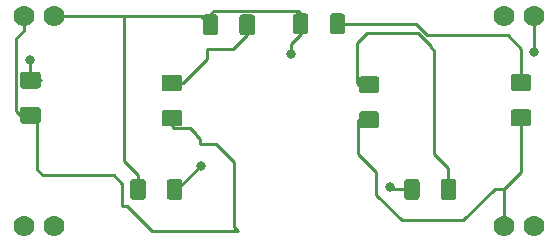
<source format=gbr>
G04 #@! TF.GenerationSoftware,KiCad,Pcbnew,(5.1.5-0-10_14)*
G04 #@! TF.CreationDate,2021-09-26T22:00:01-06:00*
G04 #@! TF.ProjectId,2021DC435,32303231-4443-4343-9335-2e6b69636164,rev?*
G04 #@! TF.SameCoordinates,Original*
G04 #@! TF.FileFunction,Copper,L2,Bot*
G04 #@! TF.FilePolarity,Positive*
%FSLAX46Y46*%
G04 Gerber Fmt 4.6, Leading zero omitted, Abs format (unit mm)*
G04 Created by KiCad (PCBNEW (5.1.5-0-10_14)) date 2021-09-26 22:00:01*
%MOMM*%
%LPD*%
G04 APERTURE LIST*
%ADD10C,0.100000*%
%ADD11C,1.778000*%
%ADD12C,0.800000*%
%ADD13C,0.250000*%
G04 APERTURE END LIST*
G04 #@! TA.AperFunction,SMDPad,CuDef*
D10*
G36*
X131080164Y-81092004D02*
G01*
X131104433Y-81095604D01*
X131128231Y-81101565D01*
X131151331Y-81109830D01*
X131173509Y-81120320D01*
X131194553Y-81132933D01*
X131214258Y-81147547D01*
X131232437Y-81164023D01*
X131248913Y-81182202D01*
X131263527Y-81201907D01*
X131276140Y-81222951D01*
X131286630Y-81245129D01*
X131294895Y-81268229D01*
X131300856Y-81292027D01*
X131304456Y-81316296D01*
X131305660Y-81340800D01*
X131305660Y-82590800D01*
X131304456Y-82615304D01*
X131300856Y-82639573D01*
X131294895Y-82663371D01*
X131286630Y-82686471D01*
X131276140Y-82708649D01*
X131263527Y-82729693D01*
X131248913Y-82749398D01*
X131232437Y-82767577D01*
X131214258Y-82784053D01*
X131194553Y-82798667D01*
X131173509Y-82811280D01*
X131151331Y-82821770D01*
X131128231Y-82830035D01*
X131104433Y-82835996D01*
X131080164Y-82839596D01*
X131055660Y-82840800D01*
X130255660Y-82840800D01*
X130231156Y-82839596D01*
X130206887Y-82835996D01*
X130183089Y-82830035D01*
X130159989Y-82821770D01*
X130137811Y-82811280D01*
X130116767Y-82798667D01*
X130097062Y-82784053D01*
X130078883Y-82767577D01*
X130062407Y-82749398D01*
X130047793Y-82729693D01*
X130035180Y-82708649D01*
X130024690Y-82686471D01*
X130016425Y-82663371D01*
X130010464Y-82639573D01*
X130006864Y-82615304D01*
X130005660Y-82590800D01*
X130005660Y-81340800D01*
X130006864Y-81316296D01*
X130010464Y-81292027D01*
X130016425Y-81268229D01*
X130024690Y-81245129D01*
X130035180Y-81222951D01*
X130047793Y-81201907D01*
X130062407Y-81182202D01*
X130078883Y-81164023D01*
X130097062Y-81147547D01*
X130116767Y-81132933D01*
X130137811Y-81120320D01*
X130159989Y-81109830D01*
X130183089Y-81101565D01*
X130206887Y-81095604D01*
X130231156Y-81092004D01*
X130255660Y-81090800D01*
X131055660Y-81090800D01*
X131080164Y-81092004D01*
G37*
G04 #@! TD.AperFunction*
G04 #@! TA.AperFunction,SMDPad,CuDef*
G36*
X127980164Y-81092004D02*
G01*
X128004433Y-81095604D01*
X128028231Y-81101565D01*
X128051331Y-81109830D01*
X128073509Y-81120320D01*
X128094553Y-81132933D01*
X128114258Y-81147547D01*
X128132437Y-81164023D01*
X128148913Y-81182202D01*
X128163527Y-81201907D01*
X128176140Y-81222951D01*
X128186630Y-81245129D01*
X128194895Y-81268229D01*
X128200856Y-81292027D01*
X128204456Y-81316296D01*
X128205660Y-81340800D01*
X128205660Y-82590800D01*
X128204456Y-82615304D01*
X128200856Y-82639573D01*
X128194895Y-82663371D01*
X128186630Y-82686471D01*
X128176140Y-82708649D01*
X128163527Y-82729693D01*
X128148913Y-82749398D01*
X128132437Y-82767577D01*
X128114258Y-82784053D01*
X128094553Y-82798667D01*
X128073509Y-82811280D01*
X128051331Y-82821770D01*
X128028231Y-82830035D01*
X128004433Y-82835996D01*
X127980164Y-82839596D01*
X127955660Y-82840800D01*
X127155660Y-82840800D01*
X127131156Y-82839596D01*
X127106887Y-82835996D01*
X127083089Y-82830035D01*
X127059989Y-82821770D01*
X127037811Y-82811280D01*
X127016767Y-82798667D01*
X126997062Y-82784053D01*
X126978883Y-82767577D01*
X126962407Y-82749398D01*
X126947793Y-82729693D01*
X126935180Y-82708649D01*
X126924690Y-82686471D01*
X126916425Y-82663371D01*
X126910464Y-82639573D01*
X126906864Y-82615304D01*
X126905660Y-82590800D01*
X126905660Y-81340800D01*
X126906864Y-81316296D01*
X126910464Y-81292027D01*
X126916425Y-81268229D01*
X126924690Y-81245129D01*
X126935180Y-81222951D01*
X126947793Y-81201907D01*
X126962407Y-81182202D01*
X126978883Y-81164023D01*
X126997062Y-81147547D01*
X127016767Y-81132933D01*
X127037811Y-81120320D01*
X127059989Y-81109830D01*
X127083089Y-81101565D01*
X127106887Y-81095604D01*
X127131156Y-81092004D01*
X127155660Y-81090800D01*
X127955660Y-81090800D01*
X127980164Y-81092004D01*
G37*
G04 #@! TD.AperFunction*
G04 #@! TA.AperFunction,SMDPad,CuDef*
G36*
X140483244Y-95117884D02*
G01*
X140507513Y-95121484D01*
X140531311Y-95127445D01*
X140554411Y-95135710D01*
X140576589Y-95146200D01*
X140597633Y-95158813D01*
X140617338Y-95173427D01*
X140635517Y-95189903D01*
X140651993Y-95208082D01*
X140666607Y-95227787D01*
X140679220Y-95248831D01*
X140689710Y-95271009D01*
X140697975Y-95294109D01*
X140703936Y-95317907D01*
X140707536Y-95342176D01*
X140708740Y-95366680D01*
X140708740Y-96616680D01*
X140707536Y-96641184D01*
X140703936Y-96665453D01*
X140697975Y-96689251D01*
X140689710Y-96712351D01*
X140679220Y-96734529D01*
X140666607Y-96755573D01*
X140651993Y-96775278D01*
X140635517Y-96793457D01*
X140617338Y-96809933D01*
X140597633Y-96824547D01*
X140576589Y-96837160D01*
X140554411Y-96847650D01*
X140531311Y-96855915D01*
X140507513Y-96861876D01*
X140483244Y-96865476D01*
X140458740Y-96866680D01*
X139658740Y-96866680D01*
X139634236Y-96865476D01*
X139609967Y-96861876D01*
X139586169Y-96855915D01*
X139563069Y-96847650D01*
X139540891Y-96837160D01*
X139519847Y-96824547D01*
X139500142Y-96809933D01*
X139481963Y-96793457D01*
X139465487Y-96775278D01*
X139450873Y-96755573D01*
X139438260Y-96734529D01*
X139427770Y-96712351D01*
X139419505Y-96689251D01*
X139413544Y-96665453D01*
X139409944Y-96641184D01*
X139408740Y-96616680D01*
X139408740Y-95366680D01*
X139409944Y-95342176D01*
X139413544Y-95317907D01*
X139419505Y-95294109D01*
X139427770Y-95271009D01*
X139438260Y-95248831D01*
X139450873Y-95227787D01*
X139465487Y-95208082D01*
X139481963Y-95189903D01*
X139500142Y-95173427D01*
X139519847Y-95158813D01*
X139540891Y-95146200D01*
X139563069Y-95135710D01*
X139586169Y-95127445D01*
X139609967Y-95121484D01*
X139634236Y-95117884D01*
X139658740Y-95116680D01*
X140458740Y-95116680D01*
X140483244Y-95117884D01*
G37*
G04 #@! TD.AperFunction*
G04 #@! TA.AperFunction,SMDPad,CuDef*
G36*
X137383244Y-95117884D02*
G01*
X137407513Y-95121484D01*
X137431311Y-95127445D01*
X137454411Y-95135710D01*
X137476589Y-95146200D01*
X137497633Y-95158813D01*
X137517338Y-95173427D01*
X137535517Y-95189903D01*
X137551993Y-95208082D01*
X137566607Y-95227787D01*
X137579220Y-95248831D01*
X137589710Y-95271009D01*
X137597975Y-95294109D01*
X137603936Y-95317907D01*
X137607536Y-95342176D01*
X137608740Y-95366680D01*
X137608740Y-96616680D01*
X137607536Y-96641184D01*
X137603936Y-96665453D01*
X137597975Y-96689251D01*
X137589710Y-96712351D01*
X137579220Y-96734529D01*
X137566607Y-96755573D01*
X137551993Y-96775278D01*
X137535517Y-96793457D01*
X137517338Y-96809933D01*
X137497633Y-96824547D01*
X137476589Y-96837160D01*
X137454411Y-96847650D01*
X137431311Y-96855915D01*
X137407513Y-96861876D01*
X137383244Y-96865476D01*
X137358740Y-96866680D01*
X136558740Y-96866680D01*
X136534236Y-96865476D01*
X136509967Y-96861876D01*
X136486169Y-96855915D01*
X136463069Y-96847650D01*
X136440891Y-96837160D01*
X136419847Y-96824547D01*
X136400142Y-96809933D01*
X136381963Y-96793457D01*
X136365487Y-96775278D01*
X136350873Y-96755573D01*
X136338260Y-96734529D01*
X136327770Y-96712351D01*
X136319505Y-96689251D01*
X136313544Y-96665453D01*
X136309944Y-96641184D01*
X136308740Y-96616680D01*
X136308740Y-95366680D01*
X136309944Y-95342176D01*
X136313544Y-95317907D01*
X136319505Y-95294109D01*
X136327770Y-95271009D01*
X136338260Y-95248831D01*
X136350873Y-95227787D01*
X136365487Y-95208082D01*
X136381963Y-95189903D01*
X136400142Y-95173427D01*
X136419847Y-95158813D01*
X136440891Y-95146200D01*
X136463069Y-95135710D01*
X136486169Y-95127445D01*
X136509967Y-95121484D01*
X136534236Y-95117884D01*
X136558740Y-95116680D01*
X137358740Y-95116680D01*
X137383244Y-95117884D01*
G37*
G04 #@! TD.AperFunction*
G04 #@! TA.AperFunction,SMDPad,CuDef*
G36*
X123434764Y-81173284D02*
G01*
X123459033Y-81176884D01*
X123482831Y-81182845D01*
X123505931Y-81191110D01*
X123528109Y-81201600D01*
X123549153Y-81214213D01*
X123568858Y-81228827D01*
X123587037Y-81245303D01*
X123603513Y-81263482D01*
X123618127Y-81283187D01*
X123630740Y-81304231D01*
X123641230Y-81326409D01*
X123649495Y-81349509D01*
X123655456Y-81373307D01*
X123659056Y-81397576D01*
X123660260Y-81422080D01*
X123660260Y-82672080D01*
X123659056Y-82696584D01*
X123655456Y-82720853D01*
X123649495Y-82744651D01*
X123641230Y-82767751D01*
X123630740Y-82789929D01*
X123618127Y-82810973D01*
X123603513Y-82830678D01*
X123587037Y-82848857D01*
X123568858Y-82865333D01*
X123549153Y-82879947D01*
X123528109Y-82892560D01*
X123505931Y-82903050D01*
X123482831Y-82911315D01*
X123459033Y-82917276D01*
X123434764Y-82920876D01*
X123410260Y-82922080D01*
X122610260Y-82922080D01*
X122585756Y-82920876D01*
X122561487Y-82917276D01*
X122537689Y-82911315D01*
X122514589Y-82903050D01*
X122492411Y-82892560D01*
X122471367Y-82879947D01*
X122451662Y-82865333D01*
X122433483Y-82848857D01*
X122417007Y-82830678D01*
X122402393Y-82810973D01*
X122389780Y-82789929D01*
X122379290Y-82767751D01*
X122371025Y-82744651D01*
X122365064Y-82720853D01*
X122361464Y-82696584D01*
X122360260Y-82672080D01*
X122360260Y-81422080D01*
X122361464Y-81397576D01*
X122365064Y-81373307D01*
X122371025Y-81349509D01*
X122379290Y-81326409D01*
X122389780Y-81304231D01*
X122402393Y-81283187D01*
X122417007Y-81263482D01*
X122433483Y-81245303D01*
X122451662Y-81228827D01*
X122471367Y-81214213D01*
X122492411Y-81201600D01*
X122514589Y-81191110D01*
X122537689Y-81182845D01*
X122561487Y-81176884D01*
X122585756Y-81173284D01*
X122610260Y-81172080D01*
X123410260Y-81172080D01*
X123434764Y-81173284D01*
G37*
G04 #@! TD.AperFunction*
G04 #@! TA.AperFunction,SMDPad,CuDef*
G36*
X120334764Y-81173284D02*
G01*
X120359033Y-81176884D01*
X120382831Y-81182845D01*
X120405931Y-81191110D01*
X120428109Y-81201600D01*
X120449153Y-81214213D01*
X120468858Y-81228827D01*
X120487037Y-81245303D01*
X120503513Y-81263482D01*
X120518127Y-81283187D01*
X120530740Y-81304231D01*
X120541230Y-81326409D01*
X120549495Y-81349509D01*
X120555456Y-81373307D01*
X120559056Y-81397576D01*
X120560260Y-81422080D01*
X120560260Y-82672080D01*
X120559056Y-82696584D01*
X120555456Y-82720853D01*
X120549495Y-82744651D01*
X120541230Y-82767751D01*
X120530740Y-82789929D01*
X120518127Y-82810973D01*
X120503513Y-82830678D01*
X120487037Y-82848857D01*
X120468858Y-82865333D01*
X120449153Y-82879947D01*
X120428109Y-82892560D01*
X120405931Y-82903050D01*
X120382831Y-82911315D01*
X120359033Y-82917276D01*
X120334764Y-82920876D01*
X120310260Y-82922080D01*
X119510260Y-82922080D01*
X119485756Y-82920876D01*
X119461487Y-82917276D01*
X119437689Y-82911315D01*
X119414589Y-82903050D01*
X119392411Y-82892560D01*
X119371367Y-82879947D01*
X119351662Y-82865333D01*
X119333483Y-82848857D01*
X119317007Y-82830678D01*
X119302393Y-82810973D01*
X119289780Y-82789929D01*
X119279290Y-82767751D01*
X119271025Y-82744651D01*
X119265064Y-82720853D01*
X119261464Y-82696584D01*
X119260260Y-82672080D01*
X119260260Y-81422080D01*
X119261464Y-81397576D01*
X119265064Y-81373307D01*
X119271025Y-81349509D01*
X119279290Y-81326409D01*
X119289780Y-81304231D01*
X119302393Y-81283187D01*
X119317007Y-81263482D01*
X119333483Y-81245303D01*
X119351662Y-81228827D01*
X119371367Y-81214213D01*
X119392411Y-81201600D01*
X119414589Y-81191110D01*
X119437689Y-81182845D01*
X119461487Y-81176884D01*
X119485756Y-81173284D01*
X119510260Y-81172080D01*
X120310260Y-81172080D01*
X120334764Y-81173284D01*
G37*
G04 #@! TD.AperFunction*
G04 #@! TA.AperFunction,SMDPad,CuDef*
G36*
X117300664Y-95117884D02*
G01*
X117324933Y-95121484D01*
X117348731Y-95127445D01*
X117371831Y-95135710D01*
X117394009Y-95146200D01*
X117415053Y-95158813D01*
X117434758Y-95173427D01*
X117452937Y-95189903D01*
X117469413Y-95208082D01*
X117484027Y-95227787D01*
X117496640Y-95248831D01*
X117507130Y-95271009D01*
X117515395Y-95294109D01*
X117521356Y-95317907D01*
X117524956Y-95342176D01*
X117526160Y-95366680D01*
X117526160Y-96616680D01*
X117524956Y-96641184D01*
X117521356Y-96665453D01*
X117515395Y-96689251D01*
X117507130Y-96712351D01*
X117496640Y-96734529D01*
X117484027Y-96755573D01*
X117469413Y-96775278D01*
X117452937Y-96793457D01*
X117434758Y-96809933D01*
X117415053Y-96824547D01*
X117394009Y-96837160D01*
X117371831Y-96847650D01*
X117348731Y-96855915D01*
X117324933Y-96861876D01*
X117300664Y-96865476D01*
X117276160Y-96866680D01*
X116476160Y-96866680D01*
X116451656Y-96865476D01*
X116427387Y-96861876D01*
X116403589Y-96855915D01*
X116380489Y-96847650D01*
X116358311Y-96837160D01*
X116337267Y-96824547D01*
X116317562Y-96809933D01*
X116299383Y-96793457D01*
X116282907Y-96775278D01*
X116268293Y-96755573D01*
X116255680Y-96734529D01*
X116245190Y-96712351D01*
X116236925Y-96689251D01*
X116230964Y-96665453D01*
X116227364Y-96641184D01*
X116226160Y-96616680D01*
X116226160Y-95366680D01*
X116227364Y-95342176D01*
X116230964Y-95317907D01*
X116236925Y-95294109D01*
X116245190Y-95271009D01*
X116255680Y-95248831D01*
X116268293Y-95227787D01*
X116282907Y-95208082D01*
X116299383Y-95189903D01*
X116317562Y-95173427D01*
X116337267Y-95158813D01*
X116358311Y-95146200D01*
X116380489Y-95135710D01*
X116403589Y-95127445D01*
X116427387Y-95121484D01*
X116451656Y-95117884D01*
X116476160Y-95116680D01*
X117276160Y-95116680D01*
X117300664Y-95117884D01*
G37*
G04 #@! TD.AperFunction*
G04 #@! TA.AperFunction,SMDPad,CuDef*
G36*
X114200664Y-95117884D02*
G01*
X114224933Y-95121484D01*
X114248731Y-95127445D01*
X114271831Y-95135710D01*
X114294009Y-95146200D01*
X114315053Y-95158813D01*
X114334758Y-95173427D01*
X114352937Y-95189903D01*
X114369413Y-95208082D01*
X114384027Y-95227787D01*
X114396640Y-95248831D01*
X114407130Y-95271009D01*
X114415395Y-95294109D01*
X114421356Y-95317907D01*
X114424956Y-95342176D01*
X114426160Y-95366680D01*
X114426160Y-96616680D01*
X114424956Y-96641184D01*
X114421356Y-96665453D01*
X114415395Y-96689251D01*
X114407130Y-96712351D01*
X114396640Y-96734529D01*
X114384027Y-96755573D01*
X114369413Y-96775278D01*
X114352937Y-96793457D01*
X114334758Y-96809933D01*
X114315053Y-96824547D01*
X114294009Y-96837160D01*
X114271831Y-96847650D01*
X114248731Y-96855915D01*
X114224933Y-96861876D01*
X114200664Y-96865476D01*
X114176160Y-96866680D01*
X113376160Y-96866680D01*
X113351656Y-96865476D01*
X113327387Y-96861876D01*
X113303589Y-96855915D01*
X113280489Y-96847650D01*
X113258311Y-96837160D01*
X113237267Y-96824547D01*
X113217562Y-96809933D01*
X113199383Y-96793457D01*
X113182907Y-96775278D01*
X113168293Y-96755573D01*
X113155680Y-96734529D01*
X113145190Y-96712351D01*
X113136925Y-96689251D01*
X113130964Y-96665453D01*
X113127364Y-96641184D01*
X113126160Y-96616680D01*
X113126160Y-95366680D01*
X113127364Y-95342176D01*
X113130964Y-95317907D01*
X113136925Y-95294109D01*
X113145190Y-95271009D01*
X113155680Y-95248831D01*
X113168293Y-95227787D01*
X113182907Y-95208082D01*
X113199383Y-95189903D01*
X113217562Y-95173427D01*
X113237267Y-95158813D01*
X113258311Y-95146200D01*
X113280489Y-95135710D01*
X113303589Y-95127445D01*
X113327387Y-95121484D01*
X113351656Y-95117884D01*
X113376160Y-95116680D01*
X114176160Y-95116680D01*
X114200664Y-95117884D01*
G37*
G04 #@! TD.AperFunction*
G04 #@! TA.AperFunction,SMDPad,CuDef*
G36*
X146846824Y-89211384D02*
G01*
X146871093Y-89214984D01*
X146894891Y-89220945D01*
X146917991Y-89229210D01*
X146940169Y-89239700D01*
X146961213Y-89252313D01*
X146980918Y-89266927D01*
X146999097Y-89283403D01*
X147015573Y-89301582D01*
X147030187Y-89321287D01*
X147042800Y-89342331D01*
X147053290Y-89364509D01*
X147061555Y-89387609D01*
X147067516Y-89411407D01*
X147071116Y-89435676D01*
X147072320Y-89460180D01*
X147072320Y-90385180D01*
X147071116Y-90409684D01*
X147067516Y-90433953D01*
X147061555Y-90457751D01*
X147053290Y-90480851D01*
X147042800Y-90503029D01*
X147030187Y-90524073D01*
X147015573Y-90543778D01*
X146999097Y-90561957D01*
X146980918Y-90578433D01*
X146961213Y-90593047D01*
X146940169Y-90605660D01*
X146917991Y-90616150D01*
X146894891Y-90624415D01*
X146871093Y-90630376D01*
X146846824Y-90633976D01*
X146822320Y-90635180D01*
X145572320Y-90635180D01*
X145547816Y-90633976D01*
X145523547Y-90630376D01*
X145499749Y-90624415D01*
X145476649Y-90616150D01*
X145454471Y-90605660D01*
X145433427Y-90593047D01*
X145413722Y-90578433D01*
X145395543Y-90561957D01*
X145379067Y-90543778D01*
X145364453Y-90524073D01*
X145351840Y-90503029D01*
X145341350Y-90480851D01*
X145333085Y-90457751D01*
X145327124Y-90433953D01*
X145323524Y-90409684D01*
X145322320Y-90385180D01*
X145322320Y-89460180D01*
X145323524Y-89435676D01*
X145327124Y-89411407D01*
X145333085Y-89387609D01*
X145341350Y-89364509D01*
X145351840Y-89342331D01*
X145364453Y-89321287D01*
X145379067Y-89301582D01*
X145395543Y-89283403D01*
X145413722Y-89266927D01*
X145433427Y-89252313D01*
X145454471Y-89239700D01*
X145476649Y-89229210D01*
X145499749Y-89220945D01*
X145523547Y-89214984D01*
X145547816Y-89211384D01*
X145572320Y-89210180D01*
X146822320Y-89210180D01*
X146846824Y-89211384D01*
G37*
G04 #@! TD.AperFunction*
G04 #@! TA.AperFunction,SMDPad,CuDef*
G36*
X146846824Y-86236384D02*
G01*
X146871093Y-86239984D01*
X146894891Y-86245945D01*
X146917991Y-86254210D01*
X146940169Y-86264700D01*
X146961213Y-86277313D01*
X146980918Y-86291927D01*
X146999097Y-86308403D01*
X147015573Y-86326582D01*
X147030187Y-86346287D01*
X147042800Y-86367331D01*
X147053290Y-86389509D01*
X147061555Y-86412609D01*
X147067516Y-86436407D01*
X147071116Y-86460676D01*
X147072320Y-86485180D01*
X147072320Y-87410180D01*
X147071116Y-87434684D01*
X147067516Y-87458953D01*
X147061555Y-87482751D01*
X147053290Y-87505851D01*
X147042800Y-87528029D01*
X147030187Y-87549073D01*
X147015573Y-87568778D01*
X146999097Y-87586957D01*
X146980918Y-87603433D01*
X146961213Y-87618047D01*
X146940169Y-87630660D01*
X146917991Y-87641150D01*
X146894891Y-87649415D01*
X146871093Y-87655376D01*
X146846824Y-87658976D01*
X146822320Y-87660180D01*
X145572320Y-87660180D01*
X145547816Y-87658976D01*
X145523547Y-87655376D01*
X145499749Y-87649415D01*
X145476649Y-87641150D01*
X145454471Y-87630660D01*
X145433427Y-87618047D01*
X145413722Y-87603433D01*
X145395543Y-87586957D01*
X145379067Y-87568778D01*
X145364453Y-87549073D01*
X145351840Y-87528029D01*
X145341350Y-87505851D01*
X145333085Y-87482751D01*
X145327124Y-87458953D01*
X145323524Y-87434684D01*
X145322320Y-87410180D01*
X145322320Y-86485180D01*
X145323524Y-86460676D01*
X145327124Y-86436407D01*
X145333085Y-86412609D01*
X145341350Y-86389509D01*
X145351840Y-86367331D01*
X145364453Y-86346287D01*
X145379067Y-86326582D01*
X145395543Y-86308403D01*
X145413722Y-86291927D01*
X145433427Y-86277313D01*
X145454471Y-86264700D01*
X145476649Y-86254210D01*
X145499749Y-86245945D01*
X145523547Y-86239984D01*
X145547816Y-86236384D01*
X145572320Y-86235180D01*
X146822320Y-86235180D01*
X146846824Y-86236384D01*
G37*
G04 #@! TD.AperFunction*
G04 #@! TA.AperFunction,SMDPad,CuDef*
G36*
X133981724Y-89386644D02*
G01*
X134005993Y-89390244D01*
X134029791Y-89396205D01*
X134052891Y-89404470D01*
X134075069Y-89414960D01*
X134096113Y-89427573D01*
X134115818Y-89442187D01*
X134133997Y-89458663D01*
X134150473Y-89476842D01*
X134165087Y-89496547D01*
X134177700Y-89517591D01*
X134188190Y-89539769D01*
X134196455Y-89562869D01*
X134202416Y-89586667D01*
X134206016Y-89610936D01*
X134207220Y-89635440D01*
X134207220Y-90560440D01*
X134206016Y-90584944D01*
X134202416Y-90609213D01*
X134196455Y-90633011D01*
X134188190Y-90656111D01*
X134177700Y-90678289D01*
X134165087Y-90699333D01*
X134150473Y-90719038D01*
X134133997Y-90737217D01*
X134115818Y-90753693D01*
X134096113Y-90768307D01*
X134075069Y-90780920D01*
X134052891Y-90791410D01*
X134029791Y-90799675D01*
X134005993Y-90805636D01*
X133981724Y-90809236D01*
X133957220Y-90810440D01*
X132707220Y-90810440D01*
X132682716Y-90809236D01*
X132658447Y-90805636D01*
X132634649Y-90799675D01*
X132611549Y-90791410D01*
X132589371Y-90780920D01*
X132568327Y-90768307D01*
X132548622Y-90753693D01*
X132530443Y-90737217D01*
X132513967Y-90719038D01*
X132499353Y-90699333D01*
X132486740Y-90678289D01*
X132476250Y-90656111D01*
X132467985Y-90633011D01*
X132462024Y-90609213D01*
X132458424Y-90584944D01*
X132457220Y-90560440D01*
X132457220Y-89635440D01*
X132458424Y-89610936D01*
X132462024Y-89586667D01*
X132467985Y-89562869D01*
X132476250Y-89539769D01*
X132486740Y-89517591D01*
X132499353Y-89496547D01*
X132513967Y-89476842D01*
X132530443Y-89458663D01*
X132548622Y-89442187D01*
X132568327Y-89427573D01*
X132589371Y-89414960D01*
X132611549Y-89404470D01*
X132634649Y-89396205D01*
X132658447Y-89390244D01*
X132682716Y-89386644D01*
X132707220Y-89385440D01*
X133957220Y-89385440D01*
X133981724Y-89386644D01*
G37*
G04 #@! TD.AperFunction*
G04 #@! TA.AperFunction,SMDPad,CuDef*
G36*
X133981724Y-86411644D02*
G01*
X134005993Y-86415244D01*
X134029791Y-86421205D01*
X134052891Y-86429470D01*
X134075069Y-86439960D01*
X134096113Y-86452573D01*
X134115818Y-86467187D01*
X134133997Y-86483663D01*
X134150473Y-86501842D01*
X134165087Y-86521547D01*
X134177700Y-86542591D01*
X134188190Y-86564769D01*
X134196455Y-86587869D01*
X134202416Y-86611667D01*
X134206016Y-86635936D01*
X134207220Y-86660440D01*
X134207220Y-87585440D01*
X134206016Y-87609944D01*
X134202416Y-87634213D01*
X134196455Y-87658011D01*
X134188190Y-87681111D01*
X134177700Y-87703289D01*
X134165087Y-87724333D01*
X134150473Y-87744038D01*
X134133997Y-87762217D01*
X134115818Y-87778693D01*
X134096113Y-87793307D01*
X134075069Y-87805920D01*
X134052891Y-87816410D01*
X134029791Y-87824675D01*
X134005993Y-87830636D01*
X133981724Y-87834236D01*
X133957220Y-87835440D01*
X132707220Y-87835440D01*
X132682716Y-87834236D01*
X132658447Y-87830636D01*
X132634649Y-87824675D01*
X132611549Y-87816410D01*
X132589371Y-87805920D01*
X132568327Y-87793307D01*
X132548622Y-87778693D01*
X132530443Y-87762217D01*
X132513967Y-87744038D01*
X132499353Y-87724333D01*
X132486740Y-87703289D01*
X132476250Y-87681111D01*
X132467985Y-87658011D01*
X132462024Y-87634213D01*
X132458424Y-87609944D01*
X132457220Y-87585440D01*
X132457220Y-86660440D01*
X132458424Y-86635936D01*
X132462024Y-86611667D01*
X132467985Y-86587869D01*
X132476250Y-86564769D01*
X132486740Y-86542591D01*
X132499353Y-86521547D01*
X132513967Y-86501842D01*
X132530443Y-86483663D01*
X132548622Y-86467187D01*
X132568327Y-86452573D01*
X132589371Y-86439960D01*
X132611549Y-86429470D01*
X132634649Y-86421205D01*
X132658447Y-86415244D01*
X132682716Y-86411644D01*
X132707220Y-86410440D01*
X133957220Y-86410440D01*
X133981724Y-86411644D01*
G37*
G04 #@! TD.AperFunction*
G04 #@! TA.AperFunction,SMDPad,CuDef*
G36*
X117293924Y-89236784D02*
G01*
X117318193Y-89240384D01*
X117341991Y-89246345D01*
X117365091Y-89254610D01*
X117387269Y-89265100D01*
X117408313Y-89277713D01*
X117428018Y-89292327D01*
X117446197Y-89308803D01*
X117462673Y-89326982D01*
X117477287Y-89346687D01*
X117489900Y-89367731D01*
X117500390Y-89389909D01*
X117508655Y-89413009D01*
X117514616Y-89436807D01*
X117518216Y-89461076D01*
X117519420Y-89485580D01*
X117519420Y-90410580D01*
X117518216Y-90435084D01*
X117514616Y-90459353D01*
X117508655Y-90483151D01*
X117500390Y-90506251D01*
X117489900Y-90528429D01*
X117477287Y-90549473D01*
X117462673Y-90569178D01*
X117446197Y-90587357D01*
X117428018Y-90603833D01*
X117408313Y-90618447D01*
X117387269Y-90631060D01*
X117365091Y-90641550D01*
X117341991Y-90649815D01*
X117318193Y-90655776D01*
X117293924Y-90659376D01*
X117269420Y-90660580D01*
X116019420Y-90660580D01*
X115994916Y-90659376D01*
X115970647Y-90655776D01*
X115946849Y-90649815D01*
X115923749Y-90641550D01*
X115901571Y-90631060D01*
X115880527Y-90618447D01*
X115860822Y-90603833D01*
X115842643Y-90587357D01*
X115826167Y-90569178D01*
X115811553Y-90549473D01*
X115798940Y-90528429D01*
X115788450Y-90506251D01*
X115780185Y-90483151D01*
X115774224Y-90459353D01*
X115770624Y-90435084D01*
X115769420Y-90410580D01*
X115769420Y-89485580D01*
X115770624Y-89461076D01*
X115774224Y-89436807D01*
X115780185Y-89413009D01*
X115788450Y-89389909D01*
X115798940Y-89367731D01*
X115811553Y-89346687D01*
X115826167Y-89326982D01*
X115842643Y-89308803D01*
X115860822Y-89292327D01*
X115880527Y-89277713D01*
X115901571Y-89265100D01*
X115923749Y-89254610D01*
X115946849Y-89246345D01*
X115970647Y-89240384D01*
X115994916Y-89236784D01*
X116019420Y-89235580D01*
X117269420Y-89235580D01*
X117293924Y-89236784D01*
G37*
G04 #@! TD.AperFunction*
G04 #@! TA.AperFunction,SMDPad,CuDef*
G36*
X117293924Y-86261784D02*
G01*
X117318193Y-86265384D01*
X117341991Y-86271345D01*
X117365091Y-86279610D01*
X117387269Y-86290100D01*
X117408313Y-86302713D01*
X117428018Y-86317327D01*
X117446197Y-86333803D01*
X117462673Y-86351982D01*
X117477287Y-86371687D01*
X117489900Y-86392731D01*
X117500390Y-86414909D01*
X117508655Y-86438009D01*
X117514616Y-86461807D01*
X117518216Y-86486076D01*
X117519420Y-86510580D01*
X117519420Y-87435580D01*
X117518216Y-87460084D01*
X117514616Y-87484353D01*
X117508655Y-87508151D01*
X117500390Y-87531251D01*
X117489900Y-87553429D01*
X117477287Y-87574473D01*
X117462673Y-87594178D01*
X117446197Y-87612357D01*
X117428018Y-87628833D01*
X117408313Y-87643447D01*
X117387269Y-87656060D01*
X117365091Y-87666550D01*
X117341991Y-87674815D01*
X117318193Y-87680776D01*
X117293924Y-87684376D01*
X117269420Y-87685580D01*
X116019420Y-87685580D01*
X115994916Y-87684376D01*
X115970647Y-87680776D01*
X115946849Y-87674815D01*
X115923749Y-87666550D01*
X115901571Y-87656060D01*
X115880527Y-87643447D01*
X115860822Y-87628833D01*
X115842643Y-87612357D01*
X115826167Y-87594178D01*
X115811553Y-87574473D01*
X115798940Y-87553429D01*
X115788450Y-87531251D01*
X115780185Y-87508151D01*
X115774224Y-87484353D01*
X115770624Y-87460084D01*
X115769420Y-87435580D01*
X115769420Y-86510580D01*
X115770624Y-86486076D01*
X115774224Y-86461807D01*
X115780185Y-86438009D01*
X115788450Y-86414909D01*
X115798940Y-86392731D01*
X115811553Y-86371687D01*
X115826167Y-86351982D01*
X115842643Y-86333803D01*
X115860822Y-86317327D01*
X115880527Y-86302713D01*
X115901571Y-86290100D01*
X115923749Y-86279610D01*
X115946849Y-86271345D01*
X115970647Y-86265384D01*
X115994916Y-86261784D01*
X116019420Y-86260580D01*
X117269420Y-86260580D01*
X117293924Y-86261784D01*
G37*
G04 #@! TD.AperFunction*
G04 #@! TA.AperFunction,SMDPad,CuDef*
G36*
X105312744Y-88998024D02*
G01*
X105337013Y-89001624D01*
X105360811Y-89007585D01*
X105383911Y-89015850D01*
X105406089Y-89026340D01*
X105427133Y-89038953D01*
X105446838Y-89053567D01*
X105465017Y-89070043D01*
X105481493Y-89088222D01*
X105496107Y-89107927D01*
X105508720Y-89128971D01*
X105519210Y-89151149D01*
X105527475Y-89174249D01*
X105533436Y-89198047D01*
X105537036Y-89222316D01*
X105538240Y-89246820D01*
X105538240Y-90171820D01*
X105537036Y-90196324D01*
X105533436Y-90220593D01*
X105527475Y-90244391D01*
X105519210Y-90267491D01*
X105508720Y-90289669D01*
X105496107Y-90310713D01*
X105481493Y-90330418D01*
X105465017Y-90348597D01*
X105446838Y-90365073D01*
X105427133Y-90379687D01*
X105406089Y-90392300D01*
X105383911Y-90402790D01*
X105360811Y-90411055D01*
X105337013Y-90417016D01*
X105312744Y-90420616D01*
X105288240Y-90421820D01*
X104038240Y-90421820D01*
X104013736Y-90420616D01*
X103989467Y-90417016D01*
X103965669Y-90411055D01*
X103942569Y-90402790D01*
X103920391Y-90392300D01*
X103899347Y-90379687D01*
X103879642Y-90365073D01*
X103861463Y-90348597D01*
X103844987Y-90330418D01*
X103830373Y-90310713D01*
X103817760Y-90289669D01*
X103807270Y-90267491D01*
X103799005Y-90244391D01*
X103793044Y-90220593D01*
X103789444Y-90196324D01*
X103788240Y-90171820D01*
X103788240Y-89246820D01*
X103789444Y-89222316D01*
X103793044Y-89198047D01*
X103799005Y-89174249D01*
X103807270Y-89151149D01*
X103817760Y-89128971D01*
X103830373Y-89107927D01*
X103844987Y-89088222D01*
X103861463Y-89070043D01*
X103879642Y-89053567D01*
X103899347Y-89038953D01*
X103920391Y-89026340D01*
X103942569Y-89015850D01*
X103965669Y-89007585D01*
X103989467Y-89001624D01*
X104013736Y-88998024D01*
X104038240Y-88996820D01*
X105288240Y-88996820D01*
X105312744Y-88998024D01*
G37*
G04 #@! TD.AperFunction*
G04 #@! TA.AperFunction,SMDPad,CuDef*
G36*
X105312744Y-86023024D02*
G01*
X105337013Y-86026624D01*
X105360811Y-86032585D01*
X105383911Y-86040850D01*
X105406089Y-86051340D01*
X105427133Y-86063953D01*
X105446838Y-86078567D01*
X105465017Y-86095043D01*
X105481493Y-86113222D01*
X105496107Y-86132927D01*
X105508720Y-86153971D01*
X105519210Y-86176149D01*
X105527475Y-86199249D01*
X105533436Y-86223047D01*
X105537036Y-86247316D01*
X105538240Y-86271820D01*
X105538240Y-87196820D01*
X105537036Y-87221324D01*
X105533436Y-87245593D01*
X105527475Y-87269391D01*
X105519210Y-87292491D01*
X105508720Y-87314669D01*
X105496107Y-87335713D01*
X105481493Y-87355418D01*
X105465017Y-87373597D01*
X105446838Y-87390073D01*
X105427133Y-87404687D01*
X105406089Y-87417300D01*
X105383911Y-87427790D01*
X105360811Y-87436055D01*
X105337013Y-87442016D01*
X105312744Y-87445616D01*
X105288240Y-87446820D01*
X104038240Y-87446820D01*
X104013736Y-87445616D01*
X103989467Y-87442016D01*
X103965669Y-87436055D01*
X103942569Y-87427790D01*
X103920391Y-87417300D01*
X103899347Y-87404687D01*
X103879642Y-87390073D01*
X103861463Y-87373597D01*
X103844987Y-87355418D01*
X103830373Y-87335713D01*
X103817760Y-87314669D01*
X103807270Y-87292491D01*
X103799005Y-87269391D01*
X103793044Y-87245593D01*
X103789444Y-87221324D01*
X103788240Y-87196820D01*
X103788240Y-86271820D01*
X103789444Y-86247316D01*
X103793044Y-86223047D01*
X103799005Y-86199249D01*
X103807270Y-86176149D01*
X103817760Y-86153971D01*
X103830373Y-86132927D01*
X103844987Y-86113222D01*
X103861463Y-86095043D01*
X103879642Y-86078567D01*
X103899347Y-86063953D01*
X103920391Y-86051340D01*
X103942569Y-86040850D01*
X103965669Y-86032585D01*
X103989467Y-86026624D01*
X104013736Y-86023024D01*
X104038240Y-86021820D01*
X105288240Y-86021820D01*
X105312744Y-86023024D01*
G37*
G04 #@! TD.AperFunction*
D11*
X147284440Y-99062540D03*
X144744440Y-99062540D03*
X147284440Y-81282540D03*
X144744440Y-81282540D03*
X104104440Y-81282540D03*
X106644440Y-81282540D03*
X104104440Y-99062540D03*
X106644440Y-99062540D03*
D12*
X104663240Y-85011260D03*
X119103140Y-93992700D03*
X147284440Y-84353400D03*
X135134350Y-95797370D03*
X126710440Y-84536280D03*
D13*
X116768880Y-90350340D02*
X116644420Y-90225880D01*
X103463230Y-89384310D02*
X103788240Y-89709320D01*
X103463230Y-83180985D02*
X103463230Y-89384310D01*
X103788240Y-89709320D02*
X104663240Y-89709320D01*
X104104440Y-82539775D02*
X103463230Y-83180985D01*
X104104440Y-81282540D02*
X104104440Y-82539775D01*
X112430560Y-97421700D02*
X112430560Y-97421700D01*
X118706900Y-91404440D02*
X118706900Y-91313000D01*
X119026940Y-91724480D02*
X118706900Y-91404440D01*
X119026940Y-92141040D02*
X119026940Y-91724480D01*
X118706900Y-91313000D02*
X118198900Y-90805000D01*
X121881900Y-93657420D02*
X120365520Y-92141040D01*
X122250200Y-99501960D02*
X121881900Y-99133660D01*
X114932460Y-99501960D02*
X122250200Y-99501960D01*
X112852200Y-97421700D02*
X114932460Y-99501960D01*
X120365520Y-92141040D02*
X119026940Y-92141040D01*
X112430560Y-97421700D02*
X112852200Y-97421700D01*
X116644420Y-90660580D02*
X116644420Y-89948080D01*
X105724960Y-94805500D02*
X111737140Y-94805500D01*
X116788840Y-90805000D02*
X116644420Y-90660580D01*
X112430560Y-95498920D02*
X112430560Y-97421700D01*
X118198900Y-90805000D02*
X116788840Y-90805000D01*
X121881900Y-99133660D02*
X121881900Y-93657420D01*
X111737140Y-94805500D02*
X112430560Y-95498920D01*
X105242360Y-94322900D02*
X105724960Y-94805500D01*
X105242360Y-89650900D02*
X105242360Y-94322900D01*
X104663240Y-86734320D02*
X105538240Y-86734320D01*
X104663240Y-85011260D02*
X104663240Y-85011260D01*
X104663240Y-85011260D02*
X104663240Y-86734320D01*
X117104160Y-95991680D02*
X116876160Y-95991680D01*
X119103140Y-93992700D02*
X117104160Y-95991680D01*
X119585740Y-84091780D02*
X119585740Y-84950300D01*
X121840560Y-84091780D02*
X119585740Y-84091780D01*
X123010260Y-82922080D02*
X121840560Y-84091780D01*
X117562960Y-86973080D02*
X116644420Y-86973080D01*
X119585740Y-84950300D02*
X117562960Y-86973080D01*
X123010260Y-82047080D02*
X123010260Y-82922080D01*
X144744440Y-99062540D02*
X144744440Y-95930720D01*
X146197320Y-94477840D02*
X146197320Y-89922680D01*
X144744440Y-95930720D02*
X146197320Y-94477840D01*
X132417820Y-90137340D02*
X132457220Y-90097940D01*
X132457220Y-90097940D02*
X133332220Y-90097940D01*
X133929120Y-94515940D02*
X132417820Y-93004640D01*
X144744440Y-95930720D02*
X144005300Y-95930720D01*
X133929120Y-96438720D02*
X133929120Y-94515940D01*
X132417820Y-93004640D02*
X132417820Y-90137340D01*
X136098280Y-98607880D02*
X133929120Y-96438720D01*
X141328140Y-98607880D02*
X136098280Y-98607880D01*
X144005300Y-95930720D02*
X141328140Y-98607880D01*
X132869920Y-87647680D02*
X133344920Y-87647680D01*
X138851640Y-92986860D02*
X140058740Y-94193960D01*
X138851640Y-84236560D02*
X138851640Y-92986860D01*
X138542890Y-83927810D02*
X138851640Y-84236560D01*
X137478630Y-82763360D02*
X138542890Y-83827620D01*
X133169660Y-82763360D02*
X137478630Y-82763360D01*
X132349240Y-87014960D02*
X132349240Y-83583780D01*
X140058740Y-94193960D02*
X140058740Y-95991680D01*
X138542890Y-83827620D02*
X138542890Y-83927810D01*
X133332220Y-87122940D02*
X132457220Y-87122940D01*
X132457220Y-87122940D02*
X132349240Y-87014960D01*
X132349240Y-83583780D02*
X133169660Y-82763360D01*
X146197320Y-84058760D02*
X146197320Y-86947680D01*
X138280140Y-82928460D02*
X145067020Y-82928460D01*
X145067020Y-82928460D02*
X146197320Y-84058760D01*
X137317480Y-81965800D02*
X138280140Y-82928460D01*
X130655660Y-81965800D02*
X137317480Y-81965800D01*
X119145720Y-81282540D02*
X119910260Y-82047080D01*
X127555660Y-81090800D02*
X127555660Y-81965800D01*
X127311930Y-80847070D02*
X127555660Y-81090800D01*
X120235270Y-80847070D02*
X127311930Y-80847070D01*
X119910260Y-81172080D02*
X120235270Y-80847070D01*
X119910260Y-82047080D02*
X119910260Y-81172080D01*
X112631220Y-81282540D02*
X112631220Y-93614240D01*
X106644440Y-81282540D02*
X112631220Y-81282540D01*
X112631220Y-81282540D02*
X119145720Y-81282540D01*
X113776160Y-94759180D02*
X113776160Y-95991680D01*
X112631220Y-93614240D02*
X113776160Y-94759180D01*
X147284440Y-81282540D02*
X147284440Y-84353400D01*
X147284440Y-84353400D02*
X147284440Y-84353400D01*
X136958740Y-95991680D02*
X135328660Y-95991680D01*
X135328660Y-95991680D02*
X135134350Y-95797370D01*
X135134350Y-95797370D02*
X135092440Y-95755460D01*
X127555660Y-82840800D02*
X126710440Y-83686020D01*
X127555660Y-81965800D02*
X127555660Y-82840800D01*
X126710440Y-83686020D02*
X126710440Y-84536280D01*
X126710440Y-84536280D02*
X126710440Y-84536280D01*
M02*

</source>
